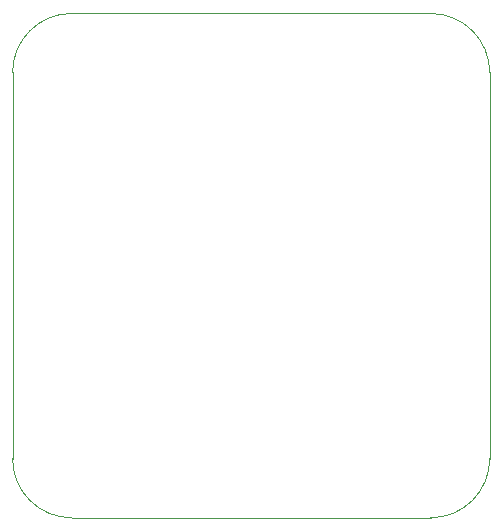
<source format=gbr>
%TF.GenerationSoftware,KiCad,Pcbnew,5.1.6-1.fc32*%
%TF.CreationDate,2020-08-28T03:42:22+01:00*%
%TF.ProjectId,ACNodeReader,41434e6f-6465-4526-9561-6465722e6b69,rev?*%
%TF.SameCoordinates,Original*%
%TF.FileFunction,Profile,NP*%
%FSLAX46Y46*%
G04 Gerber Fmt 4.6, Leading zero omitted, Abs format (unit mm)*
G04 Created by KiCad (PCBNEW 5.1.6-1.fc32) date 2020-08-28 03:42:22*
%MOMM*%
%LPD*%
G01*
G04 APERTURE LIST*
%TA.AperFunction,Profile*%
%ADD10C,0.100000*%
%TD*%
G04 APERTURE END LIST*
D10*
X145400000Y-60000000D02*
G75*
G02*
X150400000Y-65000000I0J-5000000D01*
G01*
X150400000Y-97700000D02*
G75*
G02*
X145400000Y-102700000I-5000000J0D01*
G01*
X115000000Y-102700000D02*
G75*
G02*
X110000000Y-97700000I0J5000000D01*
G01*
X110000000Y-65000000D02*
G75*
G02*
X115000000Y-60000000I5000000J0D01*
G01*
X110000000Y-97700000D02*
X110000000Y-65000000D01*
X145400000Y-102700000D02*
X115000000Y-102700000D01*
X150400000Y-65000000D02*
X150400000Y-97700000D01*
X115000000Y-60000000D02*
X145400000Y-60000000D01*
M02*

</source>
